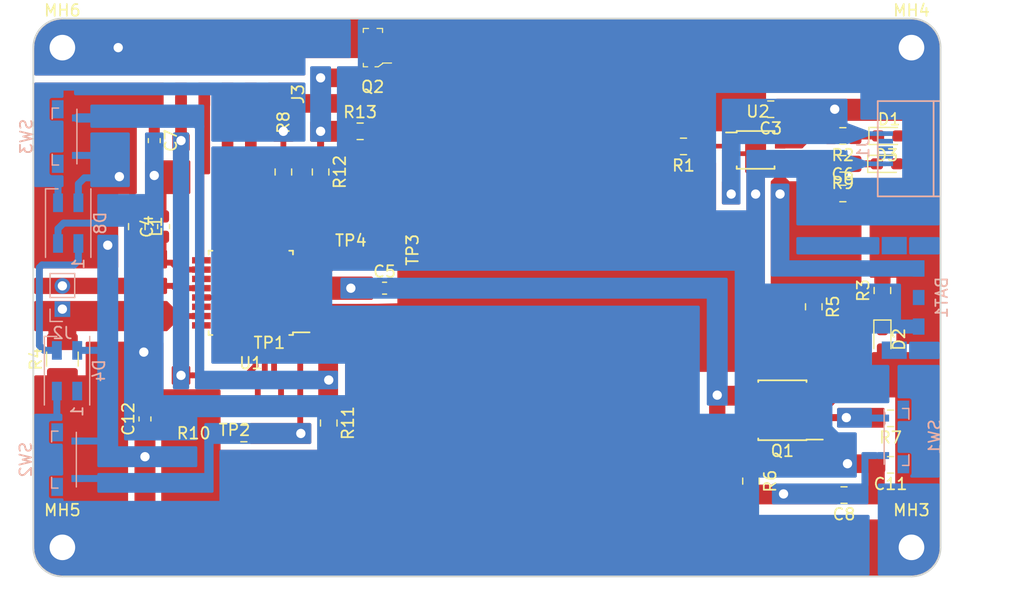
<source format=kicad_pcb>
(kicad_pcb (version 20171130) (host pcbnew 5.0.0)
  (layers (0 F.Cu signal) (31 B.Cu signal) (34 B.Paste user) (35 F.Paste user) (36 B.SilkS user) (37 F.SilkS user) (38 B.Mask user) (39 F.Mask user) (44 Edge.Cuts user))
  (net 0 "")
  (net 1 "Net-(D1-Pad1)")
  (net 2 "Net-(D2-Pad1)")
  (net 3 "Net-(Q2-Pad1)")
  (net 4 "Net-(R1-Pad1)")
  (net 5 +BATT)
  (net 6 VCC)
  (net 7 VBUS)
  (net 8 AVCC)
  (net 9 ADC0)
  (net 10 AREF)
  (net 11 MOSI)
  (net 12 MISO)
  (net 13 SCK)
  (net 14 RESET)
  (net 15 OC1A)
  (net 16 OC1B)
  (net 17 PC2)
  (net 18 PC3)
  (net 19 PC4)
  (net 20 GND)
  (net 21 "Net-(C8-Pad2)")
  (net 22 "Net-(D8-Pad3)")
  (net 23 "Net-(R2-Pad2)")
  (net 24 PC5)
  (net 25 TX)
  (net 26 RX)
  (net 27 "Net-(MH6-Pad1)")
  (net 28 PD3)
  (net 29 "Net-(Q1-Pad2)")
  (net 30 "Net-(Q1-Pad4)")
  (net 31 "Net-(J1-Pad2)")
  (net 32 "Net-(J1-Pad3)")
  (net 33 "Net-(J1-Pad4)")
  (net 34 "Net-(BAT1-Pad2)")
  (net 35 "Net-(U1-Pad11)")
  (net 36 "Net-(U1-Pad12)")
  (net 37 "Net-(U1-Pad19)")
  (net 38 "Net-(U1-Pad22)")
  (net 39 "Net-(U1-Pad24)")
  (net 40 "Net-(U1-Pad32)")
  (net 41 "Net-(D3-Pad1)")
  (net 42 "Net-(R9-Pad2)")
  (net 43 "Net-(D4-Pad3)")
  (net 44 "Net-(D4-Pad1)")
  (net 45 OSC_P)
  (net 46 OSC_N)
  (net 47 "Net-(U1-Pad9)")
  (net 48 PD4)
  (net 49 "Net-(U1-Pad10)")
  (module lt_foots:cc-by-sa (layer F.Cu) (at 74.45 14.65)
    (fp_text reference G*** hide)
    (fp_text value LOGO hide)
  )
  (module lt_foots:1_pad_smd (layer F.Cu) (at 39.4 29)
    (fp_text reference TP4 (at 0 2.2) (layer F.SilkS))
    (fp_text value TestPoint)
    (pad 1 smd rect (at 0 0) (size 1 1) (layers F.Cu F.Paste F.Mask) (net 20 GND))
  )
  (module LED_SMD:LED_0603_1608Metric_Pad1.05x0.95mm_HandSolder (layer F.Cu) (at 85.1 39.7 270)
    (fp_text reference D2 (at 0 -1.43 270) (layer F.SilkS))
    (fp_text value LED_PINK)
    (pad 1 smd roundrect (at -0.875 0 270) (size 1.05 0.95) (layers F.Cu F.Paste F.Mask) (net 2 "Net-(D2-Pad1)"))
    (pad 2 smd roundrect (at 0.875 0 270) (size 1.05 0.95) (layers F.Cu F.Paste F.Mask) (net 6 VCC))
  )
  (module Capacitor_SMD:C_0603_1608Metric_Pad1.05x0.95mm_HandSolder (layer F.Cu) (at 23.3 30 90)
    (fp_text reference C4 (at 0 -1.43 90) (layer F.SilkS))
    (fp_text value 100nF)
    (pad 2 smd roundrect (at 0.875 0 90) (size 1.05 0.95) (layers F.Cu F.Paste F.Mask) (net 20 GND))
    (pad 1 smd roundrect (at -0.875 0 90) (size 1.05 0.95) (layers F.Cu F.Paste F.Mask) (net 8 AVCC))
  )
  (module Capacitor_SMD:C_0603_1608Metric_Pad1.05x0.95mm_HandSolder (layer F.Cu) (at 42.3 35.3)
    (fp_text reference C5 (at 0 -1.43) (layer F.SilkS))
    (fp_text value 100nF)
    (pad 1 smd roundrect (at -0.875 0) (size 1.05 0.95) (layers F.Cu F.Paste F.Mask) (net 6 VCC))
    (pad 2 smd roundrect (at 0.875 0) (size 1.05 0.95) (layers F.Cu F.Paste F.Mask) (net 20 GND))
  )
  (module Capacitor_SMD:C_0603_1608Metric_Pad1.05x0.95mm_HandSolder (layer F.Cu) (at 22.5 22.6 270)
    (fp_text reference C7 (at 0 -1.43 270) (layer F.SilkS))
    (fp_text value 100nF)
    (pad 2 smd roundrect (at 0.875 0 270) (size 1.05 0.95) (layers F.Cu F.Paste F.Mask) (net 20 GND))
    (pad 1 smd roundrect (at -0.875 0 270) (size 1.05 0.95) (layers F.Cu F.Paste F.Mask) (net 6 VCC))
  )
  (module Capacitor_SMD:C_0603_1608Metric_Pad1.05x0.95mm_HandSolder (layer F.Cu) (at 21.7 46.55 90)
    (fp_text reference C12 (at 0 -1.43 90) (layer F.SilkS))
    (fp_text value 100nF)
    (pad 1 smd roundrect (at -0.875 0 90) (size 1.05 0.95) (layers F.Cu F.Paste F.Mask) (net 6 VCC))
    (pad 2 smd roundrect (at 0.875 0 90) (size 1.05 0.95) (layers F.Cu F.Paste F.Mask) (net 20 GND))
  )
  (module Resistor_SMD:R_0805_2012Metric_Pad1.15x1.40mm_HandSolder (layer F.Cu) (at 40.2 21.8)
    (fp_text reference R13 (at 0 -1.65) (layer F.SilkS))
    (fp_text value 1MΩ)
    (pad 1 smd roundrect (at -1.025 0) (size 1.15 1.4) (layers F.Cu F.Paste F.Mask) (roundrect_rratio 0.217391) (net 3 "Net-(Q2-Pad1)"))
    (pad 2 smd roundrect (at 1.025 0) (size 1.15 1.4) (layers F.Cu F.Paste F.Mask) (roundrect_rratio 0.217391) (net 20 GND))
  )
  (module Resistor_SMD:R_1210_3225Metric_Pad1.42x2.65mm_HandSolder (layer F.Cu) (at 14.6 41.4 90)
    (fp_text reference R4 (at 0 -2.28 90) (layer F.SilkS))
    (fp_text value 15kΩ)
    (pad 1 smd roundrect (at -1.4875 0 90) (size 1.425 2.65) (layers F.Cu F.Paste F.Mask) (roundrect_rratio 0.175439) (net 20 GND))
    (pad 2 smd roundrect (at 1.4875 0 90) (size 1.425 2.65) (layers F.Cu F.Paste F.Mask) (roundrect_rratio 0.175439) (net 9 ADC0))
  )
  (module lt_foots:Conn_01x06_SMD_2mm (layer F.Cu) (at 32.8 18.6 270)
    (fp_text reference J3 (at 0 -2.06 270) (layer F.SilkS))
    (fp_text value ISP_CONN)
    (pad 1 smd rect (at 0 0 270) (size 2 1) (layers F.Cu F.Paste F.Mask) (net 20 GND) (thermal_gap 0.508))
    (pad 2 smd rect (at 0 2 270) (size 2 1) (layers F.Cu F.Paste F.Mask) (net 11 MOSI))
    (pad 3 smd rect (at 0 4 270) (size 2 1) (layers F.Cu F.Paste F.Mask) (net 12 MISO))
    (pad 4 smd rect (at 0 6 270) (size 2 1) (layers F.Cu F.Paste F.Mask) (net 13 SCK))
    (pad 5 smd rect (at 0 8 270) (size 2 1) (layers F.Cu F.Paste F.Mask) (net 14 RESET))
    (pad 6 smd rect (at 0 10 270) (size 2 1) (layers F.Cu F.Paste F.Mask) (net 6 VCC) (thermal_gap 0.508))
  )
  (module lt_foots:2_pad_smd_bat_conn (layer F.Cu) (at 39.4 32 90)
    (fp_text reference TP3 (at 0 5.3 90) (layer F.SilkS))
    (fp_text value OSC)
    (pad 1 smd rect (at -1 0 90) (size 1 1) (layers F.Cu F.Paste F.Mask) (net 46 OSC_N))
    (pad 2 smd rect (at 1 0 90) (size 1 1) (layers F.Cu F.Paste F.Mask) (net 45 OSC_P))
  )
  (module Resistor_SMD:R_0805_2012Metric_Pad1.15x1.40mm_HandSolder (layer F.Cu) (at 36.8 25.3 270)
    (fp_text reference R12 (at 0 -1.65 270) (layer F.SilkS))
    (fp_text value 1kΩ)
    (pad 1 smd roundrect (at -1.025 0 270) (size 1.15 1.4) (layers F.Cu F.Paste F.Mask) (roundrect_rratio 0.217391) (net 3 "Net-(Q2-Pad1)"))
    (pad 2 smd roundrect (at 1.025 0 270) (size 1.15 1.4) (layers F.Cu F.Paste F.Mask) (roundrect_rratio 0.217391) (net 15 OC1A))
  )
  (module lt_foots:1_pad_smd (layer F.Cu) (at 29.4 45.3)
    (fp_text reference TP2 (at 0 2.2) (layer F.SilkS))
    (fp_text value TestPoint)
    (pad 1 smd rect (at 0 0) (size 1 1) (layers F.Cu F.Paste F.Mask) (net 20 GND))
  )
  (module LED_SMD:LED_0603_1608Metric_Pad1.05x0.95mm_HandSolder (layer F.Cu) (at 85.5 24.6)
    (fp_text reference D3 (at -0.020001 -0.745001) (layer F.SilkS))
    (fp_text value LED_GREEN)
    (pad 1 smd roundrect (at -0.875 0) (size 1.05 0.95) (layers F.Cu F.Paste F.Mask) (net 41 "Net-(D3-Pad1)"))
    (pad 2 smd roundrect (at 0.875 0) (size 1.05 0.95) (layers F.Cu F.Paste F.Mask) (net 7 VBUS))
  )
  (module Resistor_SMD:R_0805_2012Metric_Pad1.15x1.40mm_HandSolder (layer F.Cu) (at 81.7 24.6 180)
    (fp_text reference R9 (at 0 -1.65 180) (layer F.SilkS))
    (fp_text value 1kΩ)
    (pad 1 smd roundrect (at -1.025 0 180) (size 1.15 1.4) (layers F.Cu F.Paste F.Mask) (roundrect_rratio 0.217391) (net 41 "Net-(D3-Pad1)"))
    (pad 2 smd roundrect (at 1.025 0 180) (size 1.15 1.4) (layers F.Cu F.Paste F.Mask) (roundrect_rratio 0.217391) (net 42 "Net-(R9-Pad2)"))
  )
  (module Connector_PinHeader_2.00mm:PinHeader_1x02_P2.00mm_Vertical (layer B.Cu) (at 14.6 37.1)
    (fp_text reference J2 (at 0 2.06) (layer B.SilkS) (effects (justify mirror)))
    (fp_text value TEMP_SENSOR)
    (pad 1 thru_hole rect (at 0 0) (size 1.35 1.35) (drill 0.8) (layers *.Cu *.Mask) (net 9 ADC0))
    (pad 2 thru_hole oval (at 0 -2) (size 1.35 1.35) (drill 0.8) (layers *.Cu *.Mask) (net 10 AREF))
  )
  (module Inductor_SMD:L_0805_2012Metric_Pad1.15x1.40mm_HandSolder (layer F.Cu) (at 21 30 270)
    (fp_text reference L1 (at 0 -1.65 270) (layer F.SilkS))
    (fp_text value 10µH)
    (pad 1 smd roundrect (at -1.025 0 270) (size 1.15 1.4) (layers F.Cu F.Paste F.Mask) (roundrect_rratio 0.217391) (net 6 VCC))
    (pad 2 smd roundrect (at 1.025 0 270) (size 1.15 1.4) (layers F.Cu F.Paste F.Mask) (roundrect_rratio 0.217391) (net 8 AVCC))
  )
  (module Package_SO:SOIC-8_3.9x4.9mm_P1.27mm (layer F.Cu) (at 76.5 45.8 180)
    (fp_text reference Q1 (at 0 -3.5 180) (layer F.SilkS))
    (fp_text value IRF7343PBF)
    (pad 1 smd rect (at -2.7 -1.905 180) (size 1.55 0.6) (layers F.Cu F.Paste F.Mask) (net 20 GND))
    (pad 2 smd rect (at -2.7 -0.635 180) (size 1.55 0.6) (layers F.Cu F.Paste F.Mask) (net 29 "Net-(Q1-Pad2)"))
    (pad 3 smd rect (at -2.7 0.635 180) (size 1.55 0.6) (layers F.Cu F.Paste F.Mask) (net 5 +BATT))
    (pad 4 smd rect (at -2.7 1.905 180) (size 1.55 0.6) (layers F.Cu F.Paste F.Mask) (net 30 "Net-(Q1-Pad4)"))
    (pad 5 smd rect (at 2.7 1.905 180) (size 1.55 0.6) (layers F.Cu F.Paste F.Mask) (net 6 VCC))
    (pad 6 smd rect (at 2.7 0.635 180) (size 1.55 0.6) (layers F.Cu F.Paste F.Mask) (net 6 VCC))
    (pad 7 smd rect (at 2.7 -0.635 180) (size 1.55 0.6) (layers F.Cu F.Paste F.Mask) (net 30 "Net-(Q1-Pad4)"))
    (pad 8 smd rect (at 2.7 -1.905 180) (size 1.55 0.6) (layers F.Cu F.Paste F.Mask) (net 30 "Net-(Q1-Pad4)"))
  )
  (module Resistor_SMD:R_0805_2012Metric_Pad1.15x1.40mm_HandSolder (layer F.Cu) (at 68 23.1 180)
    (fp_text reference R1 (at 0 -1.65 180) (layer F.SilkS))
    (fp_text value 1.2kΩ)
    (pad 1 smd roundrect (at -1.025 0 180) (size 1.15 1.4) (layers F.Cu F.Paste F.Mask) (roundrect_rratio 0.217391) (net 4 "Net-(R1-Pad1)"))
    (pad 2 smd roundrect (at 1.025 0 180) (size 1.15 1.4) (layers F.Cu F.Paste F.Mask) (roundrect_rratio 0.217) (net 20 GND) (thermal_gap 0.508))
  )
  (module lt_foots:white_nano_smd_switch (layer B.Cu) (at 87.1 48.1 90)
    (fp_text reference SW1 (at 0 2.5 90) (layer B.SilkS) (effects (justify mirror)))
    (fp_text value nano_sw)
    (pad 2 smd rect (at 1.625 -1.925 270) (size 0.6 1) (layers B.Cu B.Paste B.Mask) (net 29 "Net-(Q1-Pad2)"))
    (pad 1 smd rect (at -1.6 -1.925 270) (size 0.6 1) (layers B.Cu B.Paste B.Mask) (net 21 "Net-(C8-Pad2)"))
    (pad "" smd rect (at -2.35 -0.2 270) (size 1.55 1) (layers B.Cu B.Paste B.Mask))
    (pad "" smd rect (at 2.35 -0.2 270) (size 1.55 1) (layers B.Cu B.Paste B.Mask))
  )
  (module Package_QFP:TQFP-32_7x7mm_P0.8mm (layer F.Cu) (at 30.8 35.7 180)
    (fp_text reference U1 (at 0 -6.05 180) (layer F.SilkS))
    (fp_text value ATmega88-20AU)
    (pad 1 smd rect (at -4.25 -2.8 180) (size 1.6 0.55) (layers F.Cu F.Paste F.Mask) (net 28 PD3))
    (pad 2 smd rect (at -4.25 -2 180) (size 1.6 0.55) (layers F.Cu F.Paste F.Mask) (net 48 PD4))
    (pad 3 smd rect (at -4.25 -1.2 180) (size 1.6 0.55) (layers F.Cu F.Paste F.Mask) (net 20 GND))
    (pad 4 smd rect (at -4.25 -0.4 180) (size 1.6 0.55) (layers F.Cu F.Paste F.Mask) (net 6 VCC))
    (pad 5 smd rect (at -4.25 0.4 180) (size 1.6 0.55) (layers F.Cu F.Paste F.Mask) (net 20 GND))
    (pad 6 smd rect (at -4.25 1.2 180) (size 1.6 0.55) (layers F.Cu F.Paste F.Mask) (net 6 VCC))
    (pad 7 smd rect (at -4.25 2 180) (size 1.6 0.55) (layers F.Cu F.Paste F.Mask) (net 46 OSC_N))
    (pad 8 smd rect (at -4.25 2.8 180) (size 1.6 0.55) (layers F.Cu F.Paste F.Mask) (net 45 OSC_P))
    (pad 9 smd rect (at -2.8 4.25 270) (size 1.6 0.55) (layers F.Cu F.Paste F.Mask) (net 47 "Net-(U1-Pad9)"))
    (pad 10 smd rect (at -2 4.25 270) (size 1.6 0.55) (layers F.Cu F.Paste F.Mask) (net 49 "Net-(U1-Pad10)"))
    (pad 11 smd rect (at -1.2 4.25 270) (size 1.6 0.55) (layers F.Cu F.Paste F.Mask) (net 35 "Net-(U1-Pad11)"))
    (pad 12 smd rect (at -0.4 4.25 270) (size 1.6 0.55) (layers F.Cu F.Paste F.Mask) (net 36 "Net-(U1-Pad12)"))
    (pad 13 smd rect (at 0.4 4.25 270) (size 1.6 0.55) (layers F.Cu F.Paste F.Mask) (net 15 OC1A))
    (pad 14 smd rect (at 1.2 4.25 270) (size 1.6 0.55) (layers F.Cu F.Paste F.Mask) (net 16 OC1B))
    (pad 15 smd rect (at 2 4.25 270) (size 1.6 0.55) (layers F.Cu F.Paste F.Mask) (net 11 MOSI))
    (pad 16 smd rect (at 2.8 4.25 270) (size 1.6 0.55) (layers F.Cu F.Paste F.Mask) (net 12 MISO))
    (pad 17 smd rect (at 4.25 2.8 180) (size 1.6 0.55) (layers F.Cu F.Paste F.Mask) (net 13 SCK))
    (pad 18 smd rect (at 4.25 2 180) (size 1.6 0.55) (layers F.Cu F.Paste F.Mask) (net 8 AVCC))
    (pad 19 smd rect (at 4.25 1.2 180) (size 1.6 0.55) (layers F.Cu F.Paste F.Mask) (net 37 "Net-(U1-Pad19)"))
    (pad 20 smd rect (at 4.25 0.4 180) (size 1.6 0.55) (layers F.Cu F.Paste F.Mask) (net 10 AREF))
    (pad 21 smd rect (at 4.25 -0.4 180) (size 1.6 0.55) (layers F.Cu F.Paste F.Mask) (net 20 GND))
    (pad 22 smd rect (at 4.25 -1.2 180) (size 1.6 0.55) (layers F.Cu F.Paste F.Mask) (net 38 "Net-(U1-Pad22)"))
    (pad 23 smd rect (at 4.25 -2 180) (size 1.6 0.55) (layers F.Cu F.Paste F.Mask) (net 9 ADC0))
    (pad 24 smd rect (at 4.25 -2.8 180) (size 1.6 0.55) (layers F.Cu F.Paste F.Mask) (net 39 "Net-(U1-Pad24)"))
    (pad 25 smd rect (at 2.8 -4.25 270) (size 1.6 0.55) (layers F.Cu F.Paste F.Mask) (net 17 PC2))
    (pad 26 smd rect (at 2 -4.25 270) (size 1.6 0.55) (layers F.Cu F.Paste F.Mask) (net 18 PC3))
    (pad 27 smd rect (at 1.2 -4.25 270) (size 1.6 0.55) (layers F.Cu F.Paste F.Mask) (net 19 PC4))
    (pad 28 smd rect (at 0.4 -4.25 270) (size 1.6 0.55) (layers F.Cu F.Paste F.Mask) (net 24 PC5))
    (pad 29 smd rect (at -0.4 -4.25 270) (size 1.6 0.55) (layers F.Cu F.Paste F.Mask) (net 14 RESET))
    (pad 30 smd rect (at -1.2 -4.25 270) (size 1.6 0.55) (layers F.Cu F.Paste F.Mask) (net 26 RX))
    (pad 31 smd rect (at -2 -4.25 270) (size 1.6 0.55) (layers F.Cu F.Paste F.Mask) (net 25 TX))
    (pad 32 smd rect (at -2.8 -4.25 270) (size 1.6 0.55) (layers F.Cu F.Paste F.Mask) (net 40 "Net-(U1-Pad32)"))
  )
  (module Package_SO:MSOP-8-1EP_3x3mm_P0.65mm_EP1.68x1.88mm (layer F.Cu) (at 74.2 23.4)
    (fp_text reference U2 (at 0.2 -3.3) (layer F.SilkS))
    (fp_text value DIO5158)
    (pad 1 smd rect (at -2.105 -0.975) (size 0.89 0.42) (layers F.Cu F.Paste F.Mask) (net 20 GND))
    (pad 2 smd rect (at -2.105 -0.325) (size 0.89 0.42) (layers F.Cu F.Paste F.Mask) (net 4 "Net-(R1-Pad1)"))
    (pad 3 smd rect (at -2.105 0.325) (size 0.89 0.42) (layers F.Cu F.Paste F.Mask) (net 20 GND))
    (pad 4 smd rect (at -2.105 0.975) (size 0.89 0.42) (layers F.Cu F.Paste F.Mask) (net 7 VBUS))
    (pad 5 smd rect (at 2.105 0.975) (size 0.89 0.42) (layers F.Cu F.Paste F.Mask) (net 5 +BATT))
    (pad 6 smd rect (at 2.105 0.325) (size 0.89 0.42) (layers F.Cu F.Paste F.Mask) (net 42 "Net-(R9-Pad2)"))
    (pad 7 smd rect (at 2.105 -0.325) (size 0.89 0.42) (layers F.Cu F.Paste F.Mask) (net 23 "Net-(R2-Pad2)"))
    (pad 8 smd rect (at 2.105 -0.975) (size 0.89 0.42) (layers F.Cu F.Paste F.Mask) (net 7 VBUS))
    (pad 9 smd rect (at 0 0) (size 1.68 1.88) (layers F.Cu F.Mask) (net 20 GND))
  )
  (module Capacitor_SMD:C_0805_2012Metric_Pad1.15x1.40mm_HandSolder (layer F.Cu) (at 75.5 19.9 180)
    (fp_text reference C3 (at 0 -1.65 180) (layer F.SilkS))
    (fp_text value 10µF)
    (pad 1 smd roundrect (at -1.025 0 180) (size 1.15 1.4) (layers F.Cu F.Paste F.Mask) (roundrect_rratio 0.217391) (net 7 VBUS))
    (pad 2 smd roundrect (at 1.025 0 180) (size 1.15 1.4) (layers F.Cu F.Paste F.Mask) (roundrect_rratio 0.217) (net 20 GND) (thermal_gap 0.508))
  )
  (module Capacitor_SMD:C_0805_2012Metric_Pad1.15x1.40mm_HandSolder (layer F.Cu) (at 81.7 27.15)
    (fp_text reference C6 (at 0 -1.65) (layer F.SilkS))
    (fp_text value 10µF)
    (pad 1 smd roundrect (at -1.025 0) (size 1.15 1.4) (layers F.Cu F.Paste F.Mask) (roundrect_rratio 0.217391) (net 5 +BATT))
    (pad 2 smd roundrect (at 1.025 0) (size 1.15 1.4) (layers F.Cu F.Paste F.Mask) (roundrect_rratio 0.217391) (net 20 GND))
  )
  (module Capacitor_SMD:C_0805_2012Metric_Pad1.15x1.40mm_HandSolder (layer F.Cu) (at 81.8 53.1 180)
    (fp_text reference C8 (at 0 -1.65 180) (layer F.SilkS))
    (fp_text value 1µF)
    (pad 1 smd roundrect (at -1.025 0 180) (size 1.15 1.4) (layers F.Cu F.Paste F.Mask) (roundrect_rratio 0.217391) (net 20 GND))
    (pad 2 smd roundrect (at 1.025 0 180) (size 1.15 1.4) (layers F.Cu F.Paste F.Mask) (roundrect_rratio 0.217391) (net 21 "Net-(C8-Pad2)"))
  )
  (module Capacitor_SMD:C_0805_2012Metric_Pad1.15x1.40mm_HandSolder (layer F.Cu) (at 85.8 50.5 180)
    (fp_text reference C11 (at 0 -1.65 180) (layer F.SilkS))
    (fp_text value 10µF)
    (pad 1 smd roundrect (at -1.025 0 180) (size 1.15 1.4) (layers F.Cu F.Paste F.Mask) (roundrect_rratio 0.217391) (net 6 VCC))
    (pad 2 smd roundrect (at 1.025 0 180) (size 1.15 1.4) (layers F.Cu F.Paste F.Mask) (roundrect_rratio 0.217391) (net 20 GND))
  )
  (module MountingHole:MountingHole_2.2mm_M2_Pad (layer F.Cu) (at 87.6 57.6)
    (fp_text reference MH3 (at 0 -3.2) (layer F.SilkS))
    (fp_text value VCC)
    (pad 1 thru_hole circle (at 0 0) (size 4.4 4.4) (drill 2.2) (layers *.Cu *.Mask) (net 6 VCC))
  )
  (module MountingHole:MountingHole_2.2mm_M2_Pad (layer F.Cu) (at 87.6 14.6)
    (fp_text reference MH4 (at 0 -3.2) (layer F.SilkS))
    (fp_text value GND)
    (pad 1 thru_hole circle (at 0 0) (size 4.4 4.4) (drill 2.2) (layers *.Cu *.Mask) (net 20 GND))
  )
  (module MountingHole:MountingHole_2.2mm_M2_Pad (layer F.Cu) (at 14.6 14.6)
    (fp_text reference MH6 (at 0 -3.2) (layer F.SilkS))
    (fp_text value OC1A)
    (pad 1 thru_hole circle (at 0 0) (size 4.4 4.4) (drill 2.2) (layers *.Cu *.Mask) (net 27 "Net-(MH6-Pad1)"))
  )
  (module Resistor_SMD:R_0805_2012Metric_Pad1.15x1.40mm_HandSolder (layer F.Cu) (at 81.7 22.2 180)
    (fp_text reference R2 (at 0 -1.65 180) (layer F.SilkS))
    (fp_text value 1kΩ)
    (pad 1 smd roundrect (at -1.025 0 180) (size 1.15 1.4) (layers F.Cu F.Paste F.Mask) (roundrect_rratio 0.217391) (net 1 "Net-(D1-Pad1)"))
    (pad 2 smd roundrect (at 1.025 0 180) (size 1.15 1.4) (layers F.Cu F.Paste F.Mask) (roundrect_rratio 0.217391) (net 23 "Net-(R2-Pad2)"))
  )
  (module Resistor_SMD:R_0805_2012Metric_Pad1.15x1.40mm_HandSolder (layer F.Cu) (at 85.1 35.5 90)
    (fp_text reference R3 (at 0 -1.65 90) (layer F.SilkS))
    (fp_text value 1kΩ)
    (pad 1 smd roundrect (at -1.025 0 90) (size 1.15 1.4) (layers F.Cu F.Paste F.Mask) (roundrect_rratio 0.217391) (net 2 "Net-(D2-Pad1)"))
    (pad 2 smd roundrect (at 1.025 0 90) (size 1.15 1.4) (layers F.Cu F.Paste F.Mask) (roundrect_rratio 0.217391) (net 20 GND))
  )
  (module Resistor_SMD:R_0805_2012Metric_Pad1.15x1.40mm_HandSolder (layer F.Cu) (at 79.2 36.9 270)
    (fp_text reference R5 (at 0 -1.65 270) (layer F.SilkS))
    (fp_text value 10kΩ)
    (pad 2 smd roundrect (at 1.025 0 270) (size 1.15 1.4) (layers F.Cu F.Paste F.Mask) (roundrect_rratio 0.217391) (net 30 "Net-(Q1-Pad4)"))
    (pad 1 smd roundrect (at -1.025 0 270) (size 1.15 1.4) (layers F.Cu F.Paste F.Mask) (roundrect_rratio 0.217391) (net 5 +BATT))
  )
  (module Resistor_SMD:R_0805_2012Metric_Pad1.15x1.40mm_HandSolder (layer F.Cu) (at 73.8 51.9 270)
    (fp_text reference R6 (at 0 -1.65 270) (layer F.SilkS))
    (fp_text value 100kΩ)
    (pad 1 smd roundrect (at -1.025 0 270) (size 1.15 1.4) (layers F.Cu F.Paste F.Mask) (roundrect_rratio 0.217391) (net 30 "Net-(Q1-Pad4)"))
    (pad 2 smd roundrect (at 1.025 0 270) (size 1.15 1.4) (layers F.Cu F.Paste F.Mask) (roundrect_rratio 0.217391) (net 21 "Net-(C8-Pad2)"))
  )
  (module Resistor_SMD:R_0805_2012Metric_Pad1.15x1.40mm_HandSolder (layer F.Cu) (at 85.8 46.5 180)
    (fp_text reference R7 (at 0 -1.65 180) (layer F.SilkS))
    (fp_text value 10kΩ)
    (pad 2 smd roundrect (at 1.025 0 180) (size 1.15 1.4) (layers F.Cu F.Paste F.Mask) (roundrect_rratio 0.217391) (net 29 "Net-(Q1-Pad2)"))
    (pad 1 smd roundrect (at -1.025 0 180) (size 1.15 1.4) (layers F.Cu F.Paste F.Mask) (roundrect_rratio 0.217391) (net 6 VCC))
  )
  (module Resistor_SMD:R_0805_2012Metric_Pad1.15x1.40mm_HandSolder (layer F.Cu) (at 33.6 25.3 90)
    (fp_text reference R8 (at 4.262 0.008 90) (layer F.SilkS))
    (fp_text value 1kΩ)
    (pad 1 smd roundrect (at -1.025 0 90) (size 1.15 1.4) (layers F.Cu F.Paste F.Mask) (roundrect_rratio 0.217391) (net 16 OC1B))
    (pad 2 smd roundrect (at 1.025 0 90) (size 1.15 1.4) (layers F.Cu F.Paste F.Mask) (roundrect_rratio 0.217391) (net 22 "Net-(D8-Pad3)"))
  )
  (module Resistor_SMD:R_0805_2012Metric_Pad1.15x1.40mm_HandSolder (layer F.Cu) (at 30.2 47.8 180)
    (fp_text reference R10 (at 4.312 0.018 180) (layer F.SilkS))
    (fp_text value 10kΩ)
    (pad 2 smd roundrect (at 1.025 0 180) (size 1.15 1.4) (layers F.Cu F.Paste F.Mask) (roundrect_rratio 0.217391) (net 20 GND))
    (pad 1 smd roundrect (at -1.025 0 180) (size 1.15 1.4) (layers F.Cu F.Paste F.Mask) (roundrect_rratio 0.217391) (net 28 PD3))
  )
  (module Resistor_SMD:R_0805_2012Metric_Pad1.15x1.40mm_HandSolder (layer F.Cu) (at 37.5 46.9 270)
    (fp_text reference R11 (at 0 -1.65 270) (layer F.SilkS))
    (fp_text value 10kΩ)
    (pad 1 smd roundrect (at -1.025 0 270) (size 1.15 1.4) (layers F.Cu F.Paste F.Mask) (roundrect_rratio 0.217391) (net 48 PD4))
    (pad 2 smd roundrect (at 1.025 0 270) (size 1.15 1.4) (layers F.Cu F.Paste F.Mask) (roundrect_rratio 0.217391) (net 20 GND))
  )
  (module lt_foots:white_nano_smd_switch (layer B.Cu) (at 13.95 50.05 270)
    (fp_text reference SW2 (at 0 2.5 270) (layer B.SilkS) (effects (justify mirror)))
    (fp_text value SW_DIP_x01)
    (pad 2 smd rect (at 1.625 -1.925 90) (size 0.6 1) (layers B.Cu B.Paste B.Mask) (net 28 PD3))
    (pad 1 smd rect (at -1.6 -1.925 90) (size 0.6 1) (layers B.Cu B.Paste B.Mask) (net 6 VCC))
    (pad "" smd rect (at -2.35 -0.2 90) (size 1.55 1) (layers B.Cu B.Paste B.Mask))
    (pad "" smd rect (at 2.35 -0.2 90) (size 1.55 1) (layers B.Cu B.Paste B.Mask))
  )
  (module lt_foots:white_nano_smd_switch (layer B.Cu) (at 14 22.25 270)
    (fp_text reference SW3 (at 0 2.5 270) (layer B.SilkS) (effects (justify mirror)))
    (fp_text value SW_DIP_x01)
    (pad "" smd rect (at 2.35 -0.2 90) (size 1.55 1) (layers B.Cu B.Paste B.Mask))
    (pad "" smd rect (at -2.35 -0.2 90) (size 1.55 1) (layers B.Cu B.Paste B.Mask))
    (pad 1 smd rect (at -1.6 -1.925 90) (size 0.6 1) (layers B.Cu B.Paste B.Mask) (net 48 PD4))
    (pad 2 smd rect (at 1.625 -1.925 90) (size 0.6 1) (layers B.Cu B.Paste B.Mask) (net 6 VCC))
  )
  (module LED_SMD:LED_0603_1608Metric_Pad1.05x0.95mm_HandSolder (layer F.Cu) (at 85.6 22.2)
    (fp_text reference D1 (at 0.075 -1.43) (layer F.SilkS))
    (fp_text value LED_RED)
    (pad 2 smd roundrect (at 0.875 0) (size 1.05 0.95) (layers F.Cu F.Paste F.Mask) (net 7 VBUS))
    (pad 1 smd roundrect (at -0.875 0) (size 1.05 0.95) (layers F.Cu F.Paste F.Mask) (net 1 "Net-(D1-Pad1)"))
  )
  (module LED_SMD:LED_SK6812MINI_PLCC4_3.5x3.5mm_P1.75mm (layer B.Cu) (at 15.1 29.7 90)
    (fp_text reference D8 (at 0 2.75 90) (layer B.SilkS) (effects (justify mirror)))
    (fp_text value SK6812MINI)
    (fp_text user 1 (at -3.5 0.875 90) (layer B.SilkS) (effects (justify mirror)))
    (pad 3 smd rect (at 1.75 -0.875 90) (size 1.6 0.85) (layers B.Cu B.Paste B.Mask) (net 22 "Net-(D8-Pad3)"))
    (pad 4 smd rect (at 1.75 0.875 90) (size 1.6 0.85) (layers B.Cu B.Paste B.Mask) (net 6 VCC))
    (pad 2 smd rect (at -1.75 -0.875 90) (size 1.6 0.85) (layers B.Cu B.Paste B.Mask) (net 20 GND))
    (pad 1 smd rect (at -1.75 0.875 90) (size 1.6 0.85) (layers B.Cu B.Paste B.Mask) (net 43 "Net-(D4-Pad3)"))
  )
  (module lt_foots:CONN_AVX_RT_ANGLE_3pin_2.5mm_pitch (layer B.Cu) (at 86.1 36.1 270)
    (fp_text reference BAT1 (at 0 -4.1 270) (layer B.SilkS) (effects (justify mirror)))
    (fp_text value LIPO_W_NTC)
    (pad "" smd rect (at -4.461931 -0.017919 90) (size 1.5 2.15) (layers B.Cu B.Paste B.Mask))
    (pad 3 smd rect (at 2.5 -2.117919 90) (size 1.4 1) (layers B.Cu B.Paste B.Mask) (net 20 GND))
    (pad "" smd rect (at 4.538069 -0.017919 90) (size 1.5 2.15) (layers B.Cu B.Paste B.Mask))
    (pad 2 smd rect (at 0 -2.117919 90) (size 1.3 1) (layers B.Cu B.Paste B.Mask) (net 34 "Net-(BAT1-Pad2)"))
    (pad 1 smd rect (at -2.5 -2.117919 90) (size 1.4 1) (layers B.Cu B.Paste B.Mask) (net 5 +BATT))
  )
  (module MountingHole:MountingHole_2.2mm_M2_Pad (layer F.Cu) (at 14.6 57.6)
    (fp_text reference MH5 (at 0 -3.2) (layer F.SilkS))
    (fp_text value GND)
    (pad 1 thru_hole circle (at 0 0) (size 4.4 4.4) (drill 2.2) (layers *.Cu *.Mask) (net 20 GND))
  )
  (module lt_foots:2_pad_smd_bat_conn (layer F.Cu) (at 32.4 45.3 180)
    (fp_text reference TP1 (at 0 5.3 180) (layer F.SilkS))
    (fp_text value COM)
    (pad 1 smd rect (at -1 0 180) (size 1 1) (layers F.Cu F.Paste F.Mask) (net 25 TX))
    (pad 2 smd rect (at 1 0 180) (size 1 1) (layers F.Cu F.Paste F.Mask) (net 26 RX))
  )
  (module digikey-footprints:SOT-23-3 (layer F.Cu) (at 41.3 14.6 180)
    (fp_text reference Q2 (at 0.025 -3.375 180) (layer F.SilkS))
    (fp_text value IRLML6344TRPBF)
    (pad 3 smd rect (at 1.05 0 180) (size 1.3 0.6) (layers F.Cu F.Paste F.Mask) (net 27 "Net-(MH6-Pad1)"))
    (pad 2 smd rect (at -1.05 0.95 180) (size 1.3 0.6) (layers F.Cu F.Paste F.Mask) (net 20 GND))
    (pad 1 smd rect (at -1.05 -0.95 180) (size 1.3 0.6) (layers F.Cu F.Paste F.Mask) (net 3 "Net-(Q2-Pad1)"))
  )
  (module LED_SMD:LED_SK6812MINI_PLCC4_3.5x3.5mm_P1.75mm (layer B.Cu) (at 15 42.4 90)
    (fp_text reference D4 (at 0 2.75 90) (layer B.SilkS) (effects (justify mirror)))
    (fp_text value SK6812MINI)
    (fp_text user 1 (at -3.5 0.875 90) (layer B.SilkS) (effects (justify mirror)))
    (pad 3 smd rect (at 1.75 -0.875 90) (size 1.6 0.85) (layers B.Cu B.Paste B.Mask) (net 43 "Net-(D4-Pad3)"))
    (pad 4 smd rect (at 1.75 0.875 90) (size 1.6 0.85) (layers B.Cu B.Paste B.Mask) (net 6 VCC))
    (pad 2 smd rect (at -1.75 -0.875 90) (size 1.6 0.85) (layers B.Cu B.Paste B.Mask) (net 20 GND))
    (pad 1 smd rect (at -1.75 0.875 90) (size 1.6 0.85) (layers B.Cu B.Paste B.Mask) (net 44 "Net-(D4-Pad1)"))
  )
  (module lt_foots:USB_Micro-B-CHINA (layer B.Cu) (at 86.9 23.3 270)
    (fp_text reference J1 (at 0 3.45 270) (layer B.SilkS) (effects (justify mirror)))
    (fp_text value USB_B_Micro)
    (pad 6 smd rect (at -4.4 0 270) (size 0.5 2) (layers B.Cu B.Paste B.Mask) (net 20 GND))
    (pad 5 smd rect (at 1.2991 1.56254 180) (size 1.35 0.4) (layers B.Cu B.Paste B.Mask) (net 20 GND))
    (pad 4 smd rect (at 0.6491 1.56254 180) (size 1.35 0.4) (layers B.Cu B.Paste B.Mask) (net 33 "Net-(J1-Pad4)"))
    (pad 3 smd rect (at -0.0009 1.56254 180) (size 1.35 0.4) (layers B.Cu B.Paste B.Mask) (net 32 "Net-(J1-Pad3)"))
    (pad 2 smd rect (at -0.6509 1.56254 180) (size 1.35 0.4) (layers B.Cu B.Paste B.Mask) (net 31 "Net-(J1-Pad2)"))
    (pad 1 smd rect (at -1.3009 1.56254 180) (size 1.35 0.4) (layers B.Cu B.Paste B.Mask) (net 7 VBUS))
    (pad 6 smd rect (at 4.4 0.1 270) (size 0.5 2) (layers B.Cu B.Paste B.Mask) (net 20 GND))
  )
  (module lt_foots:aum (layer F.Cu) (at 56.15 30.8 90)
    (fp_text reference G*** hide)
    (fp_text value LOGO hide)
  )
  (module lt_foots:FL-REV_15 (layer F.Cu) (at 45.75 54.4)
    (fp_text reference G*** hide)
    (fp_text value LOGO hide)
  )
  (module lt_foots:temp_sign (layer F.Cu) (at 15.75 22.05)
    (fp_text reference G*** hide)
    (fp_text value LOGO hide)
  )
  (module lt_foots:bat_sign (layer F.Cu) (at 15.7 50.05 90)
    (fp_text reference G*** hide)
    (fp_text value LOGO hide)
  )
  (module lt_foots:onoff_sign (layer F.Cu) (at 87.75 43.05 90)
    (fp_text reference G*** hide)
    (fp_text value LOGO hide)
  )
  (gr_line (start 90.1 14.6) (end 90.1 57.6) (layer Edge.Cuts) (width 0.15))
  (gr_line (start 14.6 12.1) (end 87.6 12.1) (layer Edge.Cuts) (width 0.15))
  (gr_line (start 12.1 57.6) (end 12.1 14.6) (layer Edge.Cuts) (width 0.15))
  (gr_line (start 87.6 60.1) (end 14.6 60.1) (layer Edge.Cuts) (width 0.15))
  (gr_arc (start 14.6 14.6) (end 14.6 12.1) (angle -90) (layer Edge.Cuts) (width 0.15))
  (gr_arc (start 14.6 57.6) (end 12.1 57.6) (angle -90) (layer Edge.Cuts) (width 0.15))
  (gr_arc (start 87.6 57.6) (end 87.6 60.1) (angle -90) (layer Edge.Cuts) (width 0.15))
  (gr_arc (start 87.6 14.6) (end 90.1 14.6) (angle -90) (layer Edge.Cuts) (width 0.15))
  (segment (start 82.7 22.2) (end 84.725 22.2) (width 0.6) (layer F.Cu) (net 1))
  (segment (start 85.1 38.825) (end 85.1 36.525) (width 0.6) (layer F.Cu) (net 2))
  (via (at 36.8 21.8) (size 1.4) (drill 0.8) (layers F.Cu B.Cu) (net 3))
  (segment (start 36.8 24.275) (end 36.8 21.8) (width 0.6) (layer F.Cu) (net 3))
  (via (at 36.8 17.2) (size 1.4) (drill 0.8) (layers F.Cu B.Cu) (net 3))
  (segment (start 36.8 21.8) (end 36.8 17.2) (width 0.5) (layer B.Cu) (net 3))
  (segment (start 42.35 16.85) (end 42.35 15.55) (width 0.5) (layer F.Cu) (net 3))
  (segment (start 36.8 17.2) (end 42 17.2) (width 0.5) (layer F.Cu) (net 3))
  (segment (start 42 17.2) (end 42.35 16.85) (width 0.5) (layer F.Cu) (net 3))
  (segment (start 39.175 21.8) (end 36.8 21.8) (width 0.5) (layer F.Cu) (net 3))
  (segment (start 69.25 23.075) (end 69.2 23.025) (width 0.4) (layer F.Cu) (net 4))
  (segment (start 69.025 23.1) (end 70.375 23.1) (width 0.6) (layer F.Cu) (net 4))
  (segment (start 72.095 23.075) (end 70.4 23.075) (width 0.4) (layer F.Cu) (net 4))
  (via (at 76.3 27.200002) (size 1.4) (drill 0.8) (layers F.Cu B.Cu) (net 5))
  (segment (start 76.3 33.5) (end 76.3 27.200002) (width 0.5) (layer B.Cu) (net 5))
  (segment (start 88.217919 33.6) (end 76.4 33.6) (width 0.5) (layer B.Cu) (net 5))
  (segment (start 76.4 33.6) (end 76.3 33.5) (width 0.5) (layer B.Cu) (net 5))
  (segment (start 76.305 27.195002) (end 76.3 27.200002) (width 0.4) (layer F.Cu) (net 5))
  (segment (start 76.305 24.375) (end 76.305 27.195002) (width 0.4) (layer F.Cu) (net 5))
  (segment (start 79.2 45.165) (end 80.635 45.165) (width 0.6) (layer F.Cu) (net 5))
  (segment (start 80.635 45.165) (end 81.7 44.1) (width 0.6) (layer F.Cu) (net 5))
  (segment (start 76.350002 27.15) (end 76.3 27.200002) (width 0.5) (layer F.Cu) (net 5))
  (segment (start 80.675 27.15) (end 76.350002 27.15) (width 0.8) (layer F.Cu) (net 5))
  (segment (start 87.6 57.6) (end 87.6 54.488731) (width 0.4) (layer F.Cu) (net 6))
  (segment (start 88 49.3) (end 86.825 49.3) (width 0.4) (layer F.Cu) (net 6))
  (segment (start 88.3 46.5) (end 86.825 46.5) (width 0.4) (layer F.Cu) (net 6))
  (segment (start 73.8 45.165) (end 72.625 45.165) (width 0.4) (layer F.Cu) (net 6))
  (segment (start 71.1 45) (end 71 44.9) (width 0.4) (layer F.Cu) (net 6))
  (segment (start 71 44.9) (end 71 44.4) (width 0.4) (layer F.Cu) (net 6))
  (segment (start 37.075 34.5) (end 37.875 35.3) (width 0.4) (layer F.Cu) (net 6))
  (segment (start 35.05 34.5) (end 37.075 34.5) (width 0.5) (layer F.Cu) (net 6))
  (segment (start 37.075 36.1) (end 37.875 35.3) (width 0.4) (layer F.Cu) (net 6))
  (segment (start 35.05 36.1) (end 37.075 36.1) (width 0.5) (layer F.Cu) (net 6))
  (via (at 70.9 44.500004) (size 1.4) (drill 0.8) (layers F.Cu B.Cu) (net 6))
  (segment (start 16.7 40.65) (end 18.35 40.65) (width 0.6) (layer B.Cu) (net 6))
  (segment (start 15.875 40.65) (end 16.7 40.65) (width 0.6) (layer B.Cu) (net 6))
  (segment (start 15.925 23.875) (end 19.625 23.875) (width 0.6) (layer B.Cu) (net 6))
  (segment (start 15.875 48.45) (end 18.45 48.45) (width 0.6) (layer B.Cu) (net 6))
  (segment (start 37.875 35.3) (end 39.400002 35.3) (width 0.4) (layer F.Cu) (net 6))
  (via (at 39.400002 35.3) (size 1.4) (drill 0.8) (layers F.Cu B.Cu) (net 6))
  (segment (start 40.389951 35.3) (end 39.400002 35.3) (width 0.4) (layer B.Cu) (net 6))
  (segment (start 69.9 35.3) (end 40.389951 35.3) (width 0.4) (layer B.Cu) (net 6))
  (segment (start 70.9 44.500004) (end 70.9 36.3) (width 0.4) (layer B.Cu) (net 6))
  (segment (start 70.9 36.3) (end 69.9 35.3) (width 0.4) (layer B.Cu) (net 6))
  (segment (start 19.625 23.875) (end 19.65 23.9) (width 0.5) (layer B.Cu) (net 6))
  (via (at 19.5 25.7) (size 1.4) (drill 0.8) (layers F.Cu B.Cu) (net 6))
  (segment (start 19.7 23.8) (end 19.7 25.5) (width 0.4) (layer F.Cu) (net 6))
  (segment (start 19.7 25.5) (end 19.5 25.7) (width 0.4) (layer F.Cu) (net 6))
  (segment (start 19.7 19.6) (end 19.7 23.8) (width 0.4) (layer F.Cu) (net 6))
  (segment (start 16.5 25.8) (end 17.75 25.8) (width 0.6) (layer B.Cu) (net 6))
  (segment (start 15.975 27.95) (end 15.975 26.325) (width 0.6) (layer B.Cu) (net 6))
  (segment (start 15.975 26.325) (end 16.5 25.8) (width 0.6) (layer B.Cu) (net 6))
  (segment (start 14 27.9) (end 13.7 27.6) (width 0.5) (layer F.Cu) (net 6))
  (segment (start 13.7 27.6) (end 13.7 26.3) (width 0.5) (layer F.Cu) (net 6))
  (segment (start 14.3 25.7) (end 19.5 25.7) (width 0.5) (layer F.Cu) (net 6))
  (segment (start 13.7 26.3) (end 14.3 25.7) (width 0.5) (layer F.Cu) (net 6))
  (via (at 21.700002 49.8) (size 1.4) (drill 0.8) (layers F.Cu B.Cu) (net 6))
  (segment (start 41.475 35.3) (end 39.400002 35.3) (width 0.5) (layer F.Cu) (net 6))
  (segment (start 85.1 40.575) (end 85.1 41.4) (width 0.5) (layer F.Cu) (net 6))
  (segment (start 73.8 43.895) (end 72.405 43.895) (width 0.4) (layer F.Cu) (net 6))
  (via (at 18.5 31.599998) (size 1.4) (drill 0.8) (layers F.Cu B.Cu) (net 6))
  (segment (start 18.5 33.3) (end 18.5 31.599998) (width 0.5) (layer B.Cu) (net 6))
  (segment (start 22.5 18.9) (end 22.8 18.6) (width 0.5) (layer F.Cu) (net 6))
  (segment (start 22.5 21.725) (end 22.5 18.9) (width 0.5) (layer F.Cu) (net 6))
  (segment (start 20.6 26.8) (end 19.5 25.7) (width 0.5) (layer F.Cu) (net 6))
  (segment (start 20.6 27.6) (end 20.6 26.8) (width 0.5) (layer F.Cu) (net 6))
  (segment (start 21 28.975) (end 21 28) (width 0.5) (layer F.Cu) (net 6))
  (segment (start 21 28) (end 20.6 27.6) (width 0.5) (layer F.Cu) (net 6))
  (via (at 72.1 27.199996) (size 1.4) (drill 0.8) (layers F.Cu B.Cu) (net 7))
  (segment (start 72.095 24.375) (end 72.095 27.194996) (width 0.4) (layer F.Cu) (net 7))
  (segment (start 72.095 27.194996) (end 72.1 27.199996) (width 0.4) (layer F.Cu) (net 7))
  (segment (start 78.0991 21.9991) (end 78.1 22) (width 0.4) (layer B.Cu) (net 7))
  (segment (start 85.33746 21.9991) (end 78.0991 21.9991) (width 0.4) (layer B.Cu) (net 7))
  (segment (start 72.1 26.210047) (end 72.1 27.199996) (width 0.4) (layer B.Cu) (net 7))
  (segment (start 72.1 22.7) (end 72.1 26.210047) (width 0.4) (layer B.Cu) (net 7))
  (segment (start 78.1 22) (end 72.8 22) (width 0.4) (layer B.Cu) (net 7))
  (segment (start 72.8 22) (end 72.1 22.7) (width 0.4) (layer B.Cu) (net 7))
  (segment (start 87.6 22.2) (end 86.475 22.2) (width 0.6) (layer F.Cu) (net 7))
  (via (at 81.000002 19.9) (size 1.4) (drill 0.8) (layers F.Cu B.Cu) (net 7))
  (segment (start 78.900002 22) (end 80.300003 20.599999) (width 0.4) (layer B.Cu) (net 7))
  (segment (start 80.300003 20.599999) (end 81.000002 19.9) (width 0.4) (layer B.Cu) (net 7))
  (segment (start 78.1 22) (end 78.900002 22) (width 0.4) (layer B.Cu) (net 7))
  (segment (start 87.5 24.6) (end 87.6 24.5) (width 0.4) (layer F.Cu) (net 7))
  (segment (start 86.475 24.6) (end 87.5 24.6) (width 0.6) (layer F.Cu) (net 7))
  (segment (start 78.7 19.9) (end 81.000002 19.9) (width 0.4) (layer F.Cu) (net 7))
  (segment (start 76.6 21.4) (end 77.2 21.4) (width 0.4) (layer F.Cu) (net 7))
  (segment (start 77.2 21.4) (end 78.7 19.9) (width 0.4) (layer F.Cu) (net 7))
  (segment (start 76.305 22.425) (end 76.305 21.695) (width 0.4) (layer F.Cu) (net 7))
  (segment (start 76.305 21.695) (end 76.6 21.4) (width 0.4) (layer F.Cu) (net 7))
  (segment (start 21 33) (end 21 31.025) (width 0.5) (layer F.Cu) (net 8))
  (segment (start 21.1 33.1) (end 21 33) (width 0.5) (layer F.Cu) (net 8))
  (segment (start 23.3 30.875) (end 23.3 33.1) (width 0.5) (layer F.Cu) (net 8))
  (segment (start 23.3 33.1) (end 21.1 33.1) (width 0.5) (layer F.Cu) (net 8))
  (segment (start 24 33.1) (end 23.3 33.1) (width 0.5) (layer F.Cu) (net 8))
  (segment (start 26.55 33.7) (end 24.6 33.7) (width 0.5) (layer F.Cu) (net 8))
  (segment (start 24.6 33.7) (end 24 33.1) (width 0.5) (layer F.Cu) (net 8))
  (segment (start 17.1 37.7) (end 26.55 37.7) (width 0.5) (layer F.Cu) (net 9))
  (segment (start 16.55 37.15) (end 17.1 37.7) (width 0.5) (layer F.Cu) (net 9))
  (segment (start 14.6 37.1) (end 14.65 37.15) (width 0.5) (layer F.Cu) (net 9))
  (segment (start 14.65 37.15) (end 16.55 37.15) (width 0.5) (layer F.Cu) (net 9))
  (segment (start 19.1 35.1) (end 14.6 35.1) (width 0.5) (layer F.Cu) (net 10))
  (segment (start 19.3 35.3) (end 19.1 35.1) (width 0.5) (layer F.Cu) (net 10))
  (segment (start 24.1 35.1) (end 14.6 35.1) (width 0.5) (layer F.Cu) (net 10))
  (segment (start 26.55 35.3) (end 24.3 35.3) (width 0.5) (layer F.Cu) (net 10))
  (segment (start 24.3 35.3) (end 24.1 35.1) (width 0.5) (layer F.Cu) (net 10))
  (segment (start 30.8 25.85) (end 30.8 18.6) (width 0.5) (layer F.Cu) (net 11))
  (segment (start 28.8 31.45) (end 28.8 27.85) (width 0.5) (layer F.Cu) (net 11))
  (segment (start 28.8 27.85) (end 30.8 25.85) (width 0.5) (layer F.Cu) (net 11))
  (segment (start 28.8 26.3) (end 28.8 18.6) (width 0.5) (layer F.Cu) (net 12))
  (segment (start 28 31.45) (end 28 27.1) (width 0.5) (layer F.Cu) (net 12))
  (segment (start 28 27.1) (end 28.8 26.3) (width 0.5) (layer F.Cu) (net 12))
  (segment (start 26.8 20.6) (end 26.8 18.6) (width 0.5) (layer F.Cu) (net 13))
  (segment (start 26.55 32.9) (end 26.55 20.85) (width 0.5) (layer F.Cu) (net 13))
  (segment (start 26.55 20.85) (end 26.8 20.6) (width 0.5) (layer F.Cu) (net 13))
  (via (at 24.8 42.800006) (size 1.4) (drill 0.8) (layers F.Cu B.Cu) (net 14))
  (via (at 24.8 22.6) (size 1.4) (drill 0.8) (layers F.Cu B.Cu) (net 14))
  (segment (start 24.8 18.6) (end 24.8 23) (width 0.5) (layer F.Cu) (net 14))
  (segment (start 24.8 23) (end 24.8 22.6) (width 0.5) (layer F.Cu) (net 14))
  (segment (start 30.399994 42.800006) (end 25.789949 42.800006) (width 0.5) (layer F.Cu) (net 14))
  (segment (start 25.789949 42.800006) (end 24.8 42.800006) (width 0.5) (layer F.Cu) (net 14))
  (segment (start 31.2 39.95) (end 31.2 42) (width 0.5) (layer F.Cu) (net 14))
  (segment (start 31.2 42) (end 30.399994 42.800006) (width 0.5) (layer F.Cu) (net 14))
  (segment (start 36.8 28.2) (end 36.8 26.325) (width 0.5) (layer F.Cu) (net 15))
  (segment (start 30.4 31.45) (end 30.4 29.3) (width 0.5) (layer F.Cu) (net 15))
  (segment (start 36.1 28.9) (end 36.8 28.2) (width 0.5) (layer F.Cu) (net 15))
  (segment (start 30.8 28.9) (end 36.1 28.9) (width 0.5) (layer F.Cu) (net 15))
  (segment (start 30.4 29.3) (end 30.8 28.9) (width 0.5) (layer F.Cu) (net 15))
  (segment (start 33.6 27.4) (end 33.6 26.325) (width 0.5) (layer F.Cu) (net 16))
  (segment (start 33.1 27.9) (end 33.6 27.4) (width 0.5) (layer F.Cu) (net 16))
  (segment (start 30.2 27.9) (end 33.1 27.9) (width 0.5) (layer F.Cu) (net 16))
  (segment (start 29.6 31.45) (end 29.6 28.5) (width 0.5) (layer F.Cu) (net 16))
  (segment (start 29.6 28.5) (end 30.2 27.9) (width 0.5) (layer F.Cu) (net 16))
  (segment (start 86.65 13.65) (end 87.6 14.6) (width 0.6) (layer F.Cu) (net 20))
  (segment (start 42.35 13.65) (end 51.05 13.65) (width 0.6) (layer F.Cu) (net 20))
  (segment (start 51.05 13.65) (end 86.65 13.65) (width 0.6) (layer F.Cu) (net 20))
  (segment (start 14.95 45.55) (end 14.95 43.525) (width 0.5) (layer F.Cu) (net 20))
  (segment (start 14.95 57.25) (end 14.6 57.6) (width 0.5) (layer F.Cu) (net 20))
  (segment (start 14.95 43.525) (end 14.95 57.25) (width 0.5) (layer F.Cu) (net 20))
  (segment (start 79.3 47.805) (end 79.2 47.705) (width 0.4) (layer F.Cu) (net 20))
  (segment (start 27.75 36.1) (end 26.55 36.1) (width 0.4) (layer F.Cu) (net 20))
  (segment (start 33.05 36.1) (end 27.75 36.1) (width 0.4) (layer F.Cu) (net 20))
  (segment (start 74.2 38.6) (end 88.217919 38.6) (width 0.4) (layer B.Cu) (net 20))
  (segment (start 74.2 40.87) (end 74.2 38.6) (width 0.4) (layer B.Cu) (net 20))
  (segment (start 74.2 28.189949) (end 74.2 27.2) (width 0.4) (layer B.Cu) (net 20))
  (segment (start 74.2 40.87) (end 74.2 28.189949) (width 0.4) (layer B.Cu) (net 20))
  (segment (start 29.2 45.3) (end 23.5 45.3) (width 0.6) (layer F.Cu) (net 20))
  (segment (start 23.5 45.3) (end 23.5 47.8) (width 0.4) (layer F.Cu) (net 20))
  (segment (start 85.33746 24.5991) (end 74.7009 24.5991) (width 0.4) (layer B.Cu) (net 20))
  (via (at 74.2 27.2) (size 1.4) (drill 0.8) (layers F.Cu B.Cu) (net 20))
  (segment (start 74.7009 24.5991) (end 74.2 25.1) (width 0.4) (layer B.Cu) (net 20))
  (segment (start 74.2 25.1) (end 74.2 27.2) (width 0.4) (layer B.Cu) (net 20))
  (segment (start 89.5 16.5) (end 87.6 14.6) (width 0.4) (layer F.Cu) (net 20))
  (segment (start 73.875 23.725) (end 74.2 23.4) (width 0.4) (layer F.Cu) (net 20))
  (segment (start 72.095 23.725) (end 73.875 23.725) (width 0.4) (layer F.Cu) (net 20))
  (segment (start 84.45 27.15) (end 82.725 27.15) (width 0.8) (layer F.Cu) (net 20))
  (segment (start 35.05 36.9) (end 42.2 36.9) (width 0.5) (layer F.Cu) (net 20))
  (segment (start 33.05 35.3) (end 33.05 36.1) (width 0.5) (layer F.Cu) (net 20))
  (segment (start 35.05 35.3) (end 33.05 35.3) (width 0.5) (layer F.Cu) (net 20))
  (segment (start 33.05 36.9) (end 33.05 36.1) (width 0.5) (layer F.Cu) (net 20))
  (segment (start 35.05 36.9) (end 33.05 36.9) (width 0.5) (layer F.Cu) (net 20))
  (segment (start 23.5 47.8) (end 27.3 47.8) (width 0.5) (layer F.Cu) (net 20))
  (segment (start 27.3 47.8) (end 29.175 47.8) (width 0.6) (layer F.Cu) (net 20))
  (segment (start 37.5 47.925) (end 37.5 50.1) (width 0.6) (layer F.Cu) (net 20))
  (segment (start 82.1 49.410051) (end 82.1 50.4) (width 0.4) (layer B.Cu) (net 20))
  (segment (start 64.5 44.6) (end 70.3 50.4) (width 0.5) (layer B.Cu) (net 20))
  (segment (start 70.3 50.4) (end 81.110051 50.4) (width 0.5) (layer B.Cu) (net 20))
  (segment (start 79.3 50.875) (end 79.775 50.4) (width 0.4) (layer F.Cu) (net 20))
  (segment (start 79.775 50.4) (end 81.110051 50.4) (width 0.4) (layer F.Cu) (net 20))
  (segment (start 81.110051 50.4) (end 82.1 50.4) (width 0.5) (layer B.Cu) (net 20))
  (segment (start 82.1 48.77) (end 82.1 49.410051) (width 0.4) (layer B.Cu) (net 20))
  (segment (start 74.2 40.87) (end 82.1 48.77) (width 0.4) (layer B.Cu) (net 20))
  (segment (start 81.110051 50.4) (end 82.1 50.4) (width 0.4) (layer F.Cu) (net 20))
  (via (at 82.1 50.4) (size 1.4) (drill 0.8) (layers F.Cu B.Cu) (net 20))
  (segment (start 72.095 22.425) (end 72.095 21.505) (width 0.4) (layer F.Cu) (net 20))
  (segment (start 14.125 44.15) (end 14.125 46.275) (width 0.6) (layer B.Cu) (net 20))
  (segment (start 14.125 46.275) (end 13.9 46.5) (width 0.4) (layer B.Cu) (net 20))
  (segment (start 13.9 46.5) (end 13.3 46.5) (width 0.4) (layer B.Cu) (net 20))
  (via (at 21.6 40.8) (size 1.4) (drill 0.8) (layers F.Cu B.Cu) (net 20))
  (segment (start 18.5 42.700001) (end 19.699999 42.700001) (width 0.5) (layer F.Cu) (net 20))
  (segment (start 20.900001 41.499999) (end 21.6 40.8) (width 0.5) (layer F.Cu) (net 20))
  (segment (start 19.699999 42.700001) (end 20.900001 41.499999) (width 0.5) (layer F.Cu) (net 20))
  (via (at 22.499998 25.6) (size 1.4) (drill 0.8) (layers F.Cu B.Cu) (net 20))
  (segment (start 14.7 29.7) (end 20.5 29.7) (width 0.6) (layer B.Cu) (net 20))
  (segment (start 14.225 31.45) (end 14.225 30.175) (width 0.6) (layer B.Cu) (net 20))
  (segment (start 14.225 30.175) (end 14.7 29.7) (width 0.6) (layer B.Cu) (net 20))
  (segment (start 23.3 26.400002) (end 22.499998 25.6) (width 0.5) (layer F.Cu) (net 20))
  (segment (start 23.3 29.125) (end 23.3 26.400002) (width 0.5) (layer F.Cu) (net 20))
  (segment (start 22.5 25.599998) (end 22.499998 25.6) (width 0.5) (layer F.Cu) (net 20))
  (segment (start 22.5 23.475) (end 22.5 25.599998) (width 0.5) (layer F.Cu) (net 20))
  (segment (start 39.4 29) (end 39.4 28) (width 0.5) (layer F.Cu) (net 20))
  (segment (start 39.4 28) (end 39.4 27.2) (width 0.5) (layer F.Cu) (net 20))
  (segment (start 43.175 35.3) (end 44.3 35.3) (width 0.5) (layer F.Cu) (net 20))
  (via (at 76.6 53) (size 1.4) (drill 0.8) (layers F.Cu B.Cu) (net 21))
  (segment (start 79.225 53) (end 79.3 52.925) (width 0.4) (layer F.Cu) (net 21))
  (segment (start 76.6 53) (end 79.225 53) (width 0.4) (layer F.Cu) (net 21))
  (segment (start 73.875 53) (end 73.8 52.925) (width 0.4) (layer F.Cu) (net 21))
  (segment (start 76.6 53) (end 73.875 53) (width 0.4) (layer F.Cu) (net 21))
  (segment (start 80.4 53) (end 76.6 53) (width 0.4) (layer B.Cu) (net 21))
  (segment (start 85.175 49.7) (end 83.7 49.7) (width 0.4) (layer B.Cu) (net 21))
  (via (at 33.6 21.8) (size 1.4) (drill 0.8) (layers F.Cu B.Cu) (net 22))
  (segment (start 33.6 21.8) (end 33.6 24.275) (width 0.5) (layer F.Cu) (net 22))
  (segment (start 12.57501 26.07501) (end 12.57501 24.9) (width 0.4) (layer B.Cu) (net 22))
  (segment (start 12.8 26.3) (end 12.57501 26.07501) (width 0.4) (layer B.Cu) (net 22))
  (segment (start 14.05 26.3) (end 12.8 26.3) (width 0.4) (layer B.Cu) (net 22))
  (segment (start 14.225 27.95) (end 14.225 26.475) (width 0.6) (layer B.Cu) (net 22))
  (segment (start 14.225 26.475) (end 14.05 26.3) (width 0.4) (layer B.Cu) (net 22))
  (segment (start 76.305 23.075) (end 78.125 23.075) (width 0.4) (layer F.Cu) (net 23))
  (segment (start 79 22.2) (end 80.6 22.2) (width 0.4) (layer F.Cu) (net 23))
  (segment (start 78.125 23.075) (end 79 22.2) (width 0.4) (layer F.Cu) (net 23))
  (segment (start 32.8 39.95) (end 32.8 43) (width 0.5) (layer F.Cu) (net 25))
  (segment (start 33.4 43.6) (end 33.4 45.3) (width 0.5) (layer F.Cu) (net 25))
  (segment (start 32.8 43) (end 33.4 43.6) (width 0.5) (layer F.Cu) (net 25))
  (segment (start 32 39.95) (end 32 43.1) (width 0.5) (layer F.Cu) (net 26))
  (segment (start 31.4 43.7) (end 31.4 45.3) (width 0.5) (layer F.Cu) (net 26))
  (segment (start 32 43.1) (end 31.4 43.7) (width 0.5) (layer F.Cu) (net 26))
  (via (at 19.4 14.6) (size 1.4) (drill 0.8) (layers F.Cu B.Cu) (net 27))
  (segment (start 14.652 14.65) (end 19.4 14.65) (width 0.5) (layer B.Cu) (net 27))
  (segment (start 40.25 14.6) (end 19.4 14.6) (width 0.6) (layer F.Cu) (net 27))
  (segment (start 19.4 14.65) (end 14.652 14.65) (width 0.6) (layer F.Cu) (net 27))
  (segment (start 35.05 47.75) (end 35.1 47.8) (width 0.4) (layer F.Cu) (net 28))
  (via (at 35.1 47.8) (size 1.4) (drill 0.8) (layers F.Cu B.Cu) (net 28))
  (segment (start 35.05 38.5) (end 35.05 47.75) (width 0.5) (layer F.Cu) (net 28))
  (segment (start 31.3 47.8) (end 35.1 47.8) (width 0.5) (layer F.Cu) (net 28))
  (segment (start 15.875 51.675) (end 19.925 51.675) (width 0.6) (layer B.Cu) (net 28))
  (segment (start 84.71 46.435) (end 84.775 46.5) (width 0.4) (layer F.Cu) (net 29))
  (via (at 82 46.435) (size 1.4) (drill 0.8) (layers F.Cu B.Cu) (net 29))
  (segment (start 79.2 46.435) (end 82 46.435) (width 0.6) (layer F.Cu) (net 29))
  (segment (start 82 46.435) (end 84.71 46.435) (width 0.6) (layer F.Cu) (net 29))
  (segment (start 82.04 46.475) (end 82 46.435) (width 0.4) (layer B.Cu) (net 29))
  (segment (start 85.175 46.475) (end 82.04 46.475) (width 0.6) (layer B.Cu) (net 29))
  (segment (start 73.8 50.875) (end 73.8 47.705) (width 0.4) (layer F.Cu) (net 30))
  (segment (start 82.7 24.6) (end 84.625 24.6) (width 0.6) (layer F.Cu) (net 41))
  (segment (start 79 24.6) (end 80.6 24.6) (width 0.4) (layer F.Cu) (net 42))
  (segment (start 76.305 23.725) (end 78.125 23.725) (width 0.4) (layer F.Cu) (net 42))
  (segment (start 78.125 23.725) (end 79 24.6) (width 0.4) (layer F.Cu) (net 42))
  (segment (start 13.05 40.65) (end 14.125 40.65) (width 0.6) (layer B.Cu) (net 43))
  (segment (start 15.975 32.925) (end 15.6 33.3) (width 0.6) (layer B.Cu) (net 43))
  (segment (start 15.6 33.3) (end 12.85 33.3) (width 0.6) (layer B.Cu) (net 43))
  (segment (start 12.85 33.3) (end 12.62501 33.52499) (width 0.6) (layer B.Cu) (net 43))
  (segment (start 15.975 31.45) (end 15.975 32.925) (width 0.6) (layer B.Cu) (net 43))
  (segment (start 12.62501 33.52499) (end 12.62501 40.22501) (width 0.6) (layer B.Cu) (net 43))
  (segment (start 12.62501 40.22501) (end 13.05 40.65) (width 0.6) (layer B.Cu) (net 43))
  (segment (start 35.05 32.9) (end 36.7 32.9) (width 0.5) (layer F.Cu) (net 45))
  (segment (start 38.6 31) (end 39.4 31) (width 0.5) (layer F.Cu) (net 45))
  (segment (start 36.7 32.9) (end 38.6 31) (width 0.5) (layer F.Cu) (net 45))
  (segment (start 38.3 33) (end 39.4 33) (width 0.5) (layer F.Cu) (net 46))
  (segment (start 35.05 33.7) (end 37.6 33.7) (width 0.5) (layer F.Cu) (net 46))
  (segment (start 37.6 33.7) (end 38.3 33) (width 0.5) (layer F.Cu) (net 46))
  (segment (start 37.5 42.210051) (end 37.5 43.2) (width 0.5) (layer F.Cu) (net 48))
  (segment (start 25.65 20.65) (end 26.4 21.4) (width 0.8) (layer B.Cu) (net 48))
  (segment (start 15.925 20.65) (end 25.65 20.65) (width 0.8) (layer B.Cu) (net 48))
  (via (at 37.5 43.2) (size 1.4) (drill 0.8) (layers F.Cu B.Cu) (net 48))
  (segment (start 36.35 37.7) (end 37.5 38.85) (width 0.5) (layer F.Cu) (net 48))
  (segment (start 37.5 38.85) (end 37.5 42.210051) (width 0.5) (layer F.Cu) (net 48))
  (segment (start 35.05 37.7) (end 36.35 37.7) (width 0.5) (layer F.Cu) (net 48))
  (segment (start 26.4 21.4) (end 26.4 43.2) (width 0.8) (layer B.Cu) (net 48))
  (zone (net 20) (net_name GND) (layer F.Cu) (connect_pads yes (clearance 0)) (min_thickness 0.254) (fill yes (arc_segments 32) (thermal_gap 0.508) (thermal_bridge_width 0.508))
    (polygon (pts (xy 28.3 33.2) (xy 33.35 33.2) (xy 33.35 38.25) (xy 28.3 38.25)))
  )
  (zone (net 6) (net_name VCC) (layer F.Cu) (connect_pads yes (clearance 0)) (min_thickness 0.254) (fill yes (arc_segments 32) (thermal_gap 0.508) (thermal_bridge_width 0.508))
    (polygon (pts (xy 70.2 57.7) (xy 70.2 43.7) (xy 74.5 43.7) (xy 74.5 45.4) (xy 71.6 45.4) (xy 71.6 55.2) (xy 86.2 55.2) (xy 86.2 44.7) (xy 84.2 44.7) (xy 84.2 40.8) (xy 90.1 40.8) (xy 90.1 60.1) (xy 20.8 60.1) (xy 20.8 47.2) (xy 22.6 47.2) (xy 22.6 57.7)))
  )
  (zone (net 20) (net_name GND) (layer F.Cu) (connect_pads yes (clearance 0)) (min_thickness 0.254) (fill yes (arc_segments 32) (thermal_gap 0.508) (thermal_bridge_width 0.508))
    (polygon (pts (xy 90.1 40.1) (xy 86.3 40.1) (xy 86.3 34.4) (xy 84 34.4) (xy 84 25.8) (xy 88.5 25.8) (xy 88.5 18.5) (xy 75.1 18.5) (xy 75.1 25.3) (xy 75 25.4) (xy 75 36.4) (xy 77.4 36.4) (xy 77.4 39.3) (xy 75.6 39.3) (xy 75.6 42.5) (xy 69.184884 42.5) (xy 69.2 56.7) (xy 23.1 56.7) (xy 23.1 45.7) (xy 20.25 45.7) (xy 20.25 60.1) (xy 12.1 60.1) (xy 12.1 42.8) (xy 16.6 42.8) (xy 16.6 39.9) (xy 23.3 39.9) (xy 23.3 44) (xy 28.2 44) (xy 28.2 49.2) (xy 38.9 49.2) (xy 38.9 36.7) (xy 43.4 36.6) (xy 43.4 33.8) (xy 40.4 33.8) (xy 40.4 27.9) (xy 38.2 27.9) (xy 38.2 23.7) (xy 41.3 23.7) (xy 41.3 20.2) (xy 35.1 20.2) (xy 34.5 19.6) (xy 32.3 19.6) (xy 32.3 17.6) (xy 35.3 17.6) (xy 35.3 18.6) (xy 44 18.6) (xy 44 14.7) (xy 43.2 13.9) (xy 41.7 13.9) (xy 41.7 13.4) (xy 41.7 12.7) (xy 41.7 12.2) (xy 90.1 12.1)))
    (polygon (pts (xy 72.55 21.8) (xy 72.55 22.6) (xy 71.65 22.6) (xy 71.65 21.8) (xy 67 21.8) (xy 67 24.4) (xy 70.8 24.4) (xy 70.8 28.6) (xy 73.4 28.6) (xy 73.4 25.4) (xy 73.3 25.3) (xy 73.3 21.8)))
  )
  (zone (net 20) (net_name GND) (layer F.Cu) (connect_pads yes (clearance 0)) (min_thickness 0.254) (fill yes (arc_segments 32) (thermal_gap 0.508) (thermal_bridge_width 0.508))
    (polygon (pts (xy 78.5 48.6) (xy 78.5 47.5) (xy 79.9 47.5) (xy 79.9 49.6) (xy 85.3 49.6) (xy 85.3 53.9) (xy 82.1 53.9) (xy 82.1 52.3) (xy 83.9 52.3) (xy 83.9 51.2) (xy 78.5 51.2)))
  )
  (zone (net 21) (net_name "Net-(C8-Pad2)") (layer F.Cu) (connect_pads yes (clearance 0)) (min_thickness 0.254) (fill yes (arc_segments 32) (thermal_gap 0.508) (thermal_bridge_width 0.508))
    (polygon (pts (xy 73.1 52.2) (xy 81.3 52.2) (xy 81.3 53.9) (xy 73.1 53.9)))
  )
  (zone (net 5) (net_name +BATT) (layer F.Cu) (connect_pads yes (clearance 0)) (min_thickness 0.254) (fill yes (arc_segments 32) (thermal_gap 0.508) (thermal_bridge_width 0.508))
    (polygon (pts (xy 75.9 24.5) (xy 75.9 25.7) (xy 75.5 26.1) (xy 75.5 35.8) (xy 78.4 35.8) (xy 80.8 35.8) (xy 80.8 45.4) (xy 81.7 44.5) (xy 83.3 44.5) (xy 83.3 28.4) (xy 79.3 28.4) (xy 79.3 26.1) (xy 77.1 26.1) (xy 76.7 25.7) (xy 76.7 24.5)))
  )
  (zone (net 7) (net_name VBUS) (layer F.Cu) (connect_pads yes (clearance 0)) (min_thickness 0.254) (fill yes (arc_segments 32) (thermal_gap 0.508) (thermal_bridge_width 0.508))
    (polygon (pts (xy 72.9 26.1) (xy 72.9 28.1) (xy 71.3 28.1) (xy 71.3 26.1) (xy 71.7 25.7) (xy 71.7 24.2) (xy 72.5 24.2) (xy 72.5 25.7)))
  )
  (zone (net 7) (net_name VBUS) (layer F.Cu) (connect_pads yes (clearance 0)) (min_thickness 0.254) (fill yes (arc_segments 32) (thermal_gap 0.508) (thermal_bridge_width 0.508))
    (polygon (pts (xy 75.9 19) (xy 78.2 19) (xy 87.9 19) (xy 87.9 24.8) (xy 87.4 24.8) (xy 87.4 20.9) (xy 78.4 20.9) (xy 77.4 21.9) (xy 76.7 21.9) (xy 76.7 22.6) (xy 75.9 22.6) (xy 75.9 21)))
  )
  (zone (net 30) (net_name "Net-(Q1-Pad4)") (layer F.Cu) (connect_pads yes (clearance 0)) (min_thickness 0.254) (fill yes (arc_segments 32) (thermal_gap 0.508) (thermal_bridge_width 0.508))
    (polygon (pts (xy 73.1 46.2) (xy 73.1 51.4) (xy 77.1 51.4) (xy 77.1 42.5) (xy 78.5 42.5) (xy 78.5 44.1) (xy 79.9 44.1) (xy 79.9 37.8) (xy 78.5 37.8) (xy 78.5 39.8) (xy 76.2 39.8) (xy 76.2 49.6) (xy 74.5 49.6) (xy 74.5 46.2)))
  )
  (zone (net 27) (net_name "Net-(MH6-Pad1)") (layer F.Cu) (connect_pads yes (clearance 0)) (min_thickness 0.254) (fill yes (arc_segments 32) (thermal_gap 0.508) (thermal_bridge_width 0.508))
    (polygon (pts (xy 12.1 12.1) (xy 12.1 17) (xy 35.5 17) (xy 35.5 15.5) (xy 40.3 15.5) (xy 40.3 15.1) (xy 40.9 15.1) (xy 40.9 14.1) (xy 40.3 14.1) (xy 40.3 12.1)))
  )
  (zone (net 6) (net_name VCC) (layer F.Cu) (connect_pads yes (clearance 0)) (min_thickness 0.254) (fill yes (arc_segments 32) (thermal_gap 0.508) (thermal_bridge_width 0.508))
    (polygon (pts (xy 37 34.3) (xy 41.3 34.3) (xy 41.3 36.3) (xy 37 36.3)))
  )
  (zone (net 14) (net_name RESET) (layer F.Cu) (connect_pads yes (clearance 0)) (min_thickness 0.254) (fill yes (arc_segments 32) (thermal_gap 0.508) (thermal_bridge_width 0.508))
    (polygon (pts (xy 24 43.6) (xy 24 42) (xy 25.6 42) (xy 25.6 43.6)))
  )
  (zone (net 6) (net_name VCC) (layer F.Cu) (connect_pads yes (clearance 0)) (min_thickness 0.254) (fill yes (arc_segments 32) (thermal_gap 0.508) (thermal_bridge_width 0.508))
    (polygon (pts (xy 23.3 17.6) (xy 12.1 17.6) (xy 12.1 33.6) (xy 19.4 33.6) (xy 19.4 27.2) (xy 21 27.2) (xy 21 20.9) (xy 23.3 20.9)))
  )
  (zone (net 14) (net_name RESET) (layer F.Cu) (connect_pads yes (clearance 0)) (min_thickness 0.254) (fill yes (arc_segments 32) (thermal_gap 0.508) (thermal_bridge_width 0.508))
    (polygon (pts (xy 24.05 23.5) (xy 24.05 22.1) (xy 24.3 21.85) (xy 24.3 18.7) (xy 25.3 18.7) (xy 25.3 21.85) (xy 25.55 22.1) (xy 25.55 23.5)))
  )
  (zone (net 20) (net_name GND) (layer F.Cu) (connect_pads yes (clearance 0)) (min_thickness 0.254) (fill yes (arc_segments 32) (thermal_gap 0.508) (thermal_bridge_width 0.508))
    (polygon (pts (xy 21.7 27.2) (xy 21.7 24.3) (xy 25.6 24.3) (xy 25.6 27.2)))
  )
  (zone (net 9) (net_name ADC0) (layer F.Cu) (connect_pads yes (clearance 0)) (min_thickness 0.254) (fill yes (arc_segments 32) (thermal_gap 0.508) (thermal_bridge_width 0.508))
    (polygon (pts (xy 12.1 36.4) (xy 12.1 39) (xy 13.4 39) (xy 13.4 40) (xy 15.8 40) (xy 15.8 39) (xy 23.6 39) (xy 24.9 37.7) (xy 23.6 36.4)))
  )
  (zone (net 10) (net_name AREF) (layer F.Cu) (connect_pads yes (clearance 0)) (min_thickness 0.254) (fill yes (arc_segments 32) (thermal_gap 0.508) (thermal_bridge_width 0.508))
    (polygon (pts (xy 12.1 34.4) (xy 23.6 34.4) (xy 23.6 35.8) (xy 12.1 35.8)))
  )
  (zone (net 7) (net_name VBUS) (layer B.Cu) (connect_pads yes (clearance 0)) (min_thickness 0.254) (fill yes (arc_segments 32) (thermal_gap 0.508) (thermal_bridge_width 0.508))
    (polygon (pts (xy 84.5 22) (xy 82.1 21.1) (xy 82.1 19) (xy 71.3 19) (xy 71.3 28.1) (xy 72.9 28.1) (xy 72.9 22.9) (xy 82.1 22.9)))
  )
  (zone (net 5) (net_name +BATT) (layer B.Cu) (connect_pads yes (clearance 0)) (min_thickness 0.254) (fill yes (arc_segments 32) (thermal_gap 0.508) (thermal_bridge_width 0.508))
    (polygon (pts (xy 75.5 28.1) (xy 75.5 26.3) (xy 77.1 26.3) (xy 77.1 32.9) (xy 88.7 32.9) (xy 88.7 34.3) (xy 75.5 34.3)))
  )
  (zone (net 27) (net_name "Net-(MH6-Pad1)") (layer B.Cu) (connect_pads yes (clearance 0)) (min_thickness 0.254) (fill yes (arc_segments 32) (thermal_gap 0.508) (thermal_bridge_width 0.508))
    (polygon (pts (xy 12.1 12.1) (xy 12.1 17) (xy 35.5 17) (xy 35.5 15.5) (xy 39.4 15.5) (xy 39.4 12.1)))
  )
  (zone (net 6) (net_name VCC) (layer B.Cu) (connect_pads yes (clearance 0)) (min_thickness 0.254) (fill yes (arc_segments 32) (thermal_gap 0.508) (thermal_bridge_width 0.508))
    (polygon (pts (xy 17 21.9) (xy 20.4 21.9) (xy 20.4 26.6) (xy 17 26.6)))
  )
  (zone (net 14) (net_name RESET) (layer B.Cu) (connect_pads yes (clearance 0)) (min_thickness 0.254) (fill yes (arc_segments 32) (thermal_gap 0.508) (thermal_bridge_width 0.508))
    (polygon (pts (xy 24.1 21.9) (xy 24.1 44) (xy 25.5 44) (xy 25.5 41.8) (xy 25.5 21.9)))
  )
  (zone (net 6) (net_name VCC) (layer B.Cu) (connect_pads yes (clearance 0)) (min_thickness 0.254) (fill yes (arc_segments 32) (thermal_gap 0.508) (thermal_bridge_width 0.508))
    (polygon (pts (xy 17.6 30.7) (xy 19.4 30.7) (xy 19.4 48.9) (xy 26.2 48.9) (xy 26.2 50.7) (xy 17.6 50.7)))
  )
  (zone (net 28) (net_name PD3) (layer B.Cu) (connect_pads yes (clearance 0)) (min_thickness 0.254) (fill yes (arc_segments 32) (thermal_gap 0.508) (thermal_bridge_width 0.508))
    (polygon (pts (xy 17.6 51.2) (xy 26.8 51.2) (xy 26.8 46.9) (xy 36 46.9) (xy 36 48.7) (xy 27.6 48.7) (xy 27.6 52.9) (xy 17.6 52.9)))
  )
  (zone (net 28) (net_name PD3) (layer F.Cu) (connect_pads yes (clearance 0)) (min_thickness 0.254) (fill yes (arc_segments 32) (thermal_gap 0.508) (thermal_bridge_width 0.508))
    (polygon (pts (xy 30.7 46.9) (xy 36 46.9) (xy 36 48.7) (xy 30.7 48.7)))
  )
  (zone (net 6) (net_name VCC) (layer B.Cu) (connect_pads yes (clearance 0)) (min_thickness 0.254) (fill yes (arc_segments 32) (thermal_gap 0.508) (thermal_bridge_width 0.508))
    (polygon (pts (xy 38.5 34.4) (xy 38.5 36.2) (xy 70 36.2) (xy 70 45.4) (xy 71.8 45.4) (xy 71.8 34.4)))
  )
  (zone (net 21) (net_name "Net-(C8-Pad2)") (layer B.Cu) (connect_pads yes (clearance 0)) (min_thickness 0.254) (fill yes (arc_segments 32) (thermal_gap 0.508) (thermal_bridge_width 0.508))
    (polygon (pts (xy 75.6 52.1) (xy 75.6 53.9) (xy 83.9 53.9) (xy 83.9 50) (xy 84.7 50) (xy 84.7 49.4) (xy 83.3 49.4) (xy 83.3 52.1)))
  )
  (zone (net 29) (net_name "Net-(Q1-Pad2)") (layer B.Cu) (connect_pads yes (clearance 0)) (min_thickness 0.254) (fill yes (arc_segments 32) (thermal_gap 0.508) (thermal_bridge_width 0.508))
    (polygon (pts (xy 81.2 45.6) (xy 84.2 45.6) (xy 84.2 47.3) (xy 81.2 47.3)))
  )
  (zone (net 29) (net_name "Net-(Q1-Pad2)") (layer F.Cu) (connect_pads yes (clearance 0)) (min_thickness 0.254) (fill yes (arc_segments 32) (thermal_gap 0.508) (thermal_bridge_width 0.508))
    (polygon (pts (xy 81.2 45.6) (xy 85.3 45.6) (xy 85.3 47.3) (xy 81.2 47.3)))
  )
  (zone (net 6) (net_name VCC) (layer B.Cu) (connect_pads yes (clearance 0)) (min_thickness 0.254) (fill yes (arc_segments 32) (thermal_gap 0.508) (thermal_bridge_width 0.508))
    (polygon (pts (xy 90.1 60.1) (xy 84.7 60.1) (xy 84.7 52.1) (xy 90.1 52.1)))
  )
  (zone (net 20) (net_name GND) (layer B.Cu) (connect_pads yes (clearance 0)) (min_thickness 0.254) (fill yes (arc_segments 32) (thermal_gap 0.508) (thermal_bridge_width 0.508))
    (polygon (pts (xy 90.1 29.9) (xy 77.7 29.9) (xy 77.7 25.8) (xy 75 25.8) (xy 75 34.9) (xy 86.7 34.9) (xy 86.7 38) (xy 88.7 38) (xy 88.7 39.2) (xy 84.2 39.2) (xy 84.2 41.9) (xy 85.7 41.9) (xy 85.7 45.2) (xy 80.8 45.2) (xy 80.8 47.7) (xy 82.9 47.7) (xy 82.9 51.6) (xy 74.5 51.6) (xy 74.5 54.8) (xy 84 54.8) (xy 84 60.1) (xy 12.1 60.1) (xy 12 46.1) (xy 14.6 46.1) (xy 14.7 53.6) (xy 28.1 53.6) (xy 28.1 49.2) (xy 36.5 49.2) (xy 36.5 46.4) (xy 26.2 46.4) (xy 26.2 48.4) (xy 19.9 48.4) (xy 19.9 30) (xy 17.6 30) (xy 17.6 27.2) (xy 21.7 27.2) (xy 21.7 21.9) (xy 23.3 21.9) (xy 23.3 44.5) (xy 38.9 44.5) (xy 38.9 41.8) (xy 27.4 41.8) (xy 27.4 23.1) (xy 38.2 23.1) (xy 38.2 16.2) (xy 40 16.2) (xy 40 12.1) (xy 90.1 12.1)))
    (polygon (pts (xy 37.8 33.8) (xy 37.8 36.8) (xy 69.4 36.8) (xy 69.4 46.1) (xy 72.4 46.1) (xy 72.4 33.8)))
    (polygon (pts (xy 70.8 18.5) (xy 70.8 28.6) (xy 73.4 28.6) (xy 73.4 23.4) (xy 82.1 23.4) (xy 82.1 23.8) (xy 84.4 24.6) (xy 82.1 25.4) (xy 82.1 25.8) (xy 86.8 25.8) (xy 86.8 20.8) (xy 83.2 20.8) (xy 83.2 18.5)))
  )
  (zone (net 48) (net_name PD4) (layer F.Cu) (connect_pads yes (clearance 0)) (min_thickness 0.254) (fill yes (arc_segments 32) (thermal_gap 0.508) (thermal_bridge_width 0.508))
    (polygon (pts (xy 36.6 46.3) (xy 36.6 39.8) (xy 38.3 39.8) (xy 38.3 46.3)))
  )
  (zone (net 3) (net_name "Net-(Q2-Pad1)") (layer F.Cu) (connect_pads yes (clearance 0)) (min_thickness 0.254) (fill yes (arc_segments 32) (thermal_gap 0.508) (thermal_bridge_width 0.508))
    (polygon (pts (xy 36 16.4) (xy 36 18) (xy 43 18) (xy 43 15.7) (xy 41.7 15.7) (xy 41.7 16.4)))
  )
  (zone (net 3) (net_name "Net-(Q2-Pad1)") (layer B.Cu) (connect_pads yes (clearance 0)) (min_thickness 0.254) (fill yes (arc_segments 32) (thermal_gap 0.508) (thermal_bridge_width 0.508))
    (polygon (pts (xy 35.9 22.7) (xy 37.7 22.7) (xy 37.7 16.2) (xy 35.9 16.2)))
  )
  (zone (net 3) (net_name "Net-(Q2-Pad1)") (layer F.Cu) (connect_pads yes (clearance 0)) (min_thickness 0.254) (fill yes (arc_segments 32) (thermal_gap 0.508) (thermal_bridge_width 0.508))
    (polygon (pts (xy 35.9 20.9) (xy 38.9 20.9) (xy 38.9 22.7) (xy 35.9 22.7)))
  )
  (zone (net 22) (net_name "Net-(D8-Pad3)") (layer F.Cu) (connect_pads yes (clearance 0)) (min_thickness 0.254) (fill yes (arc_segments 32) (thermal_gap 0.508) (thermal_bridge_width 0.508))
    (polygon (pts (xy 32.7 20.9) (xy 34.5 20.9) (xy 34.5 22.7) (xy 32.7 22.7)))
  )
  (zone (net 22) (net_name "Net-(D8-Pad3)") (layer B.Cu) (connect_pads yes (clearance 0)) (min_thickness 0.254) (fill yes (arc_segments 32) (thermal_gap 0.508) (thermal_bridge_width 0.508))
    (polygon (pts (xy 35.5 22.693432) (xy 27.4 22.7) (xy 27.4 18.7) (xy 15.6 18.7) (xy 15.6 18.3) (xy 14.7 18.3) (xy 14.7 26.6) (xy 12.1 26.6) (xy 12.1 17.6) (xy 35.5 17.6)))
  )
  (zone (net 48) (net_name PD4) (layer B.Cu) (connect_pads yes (clearance 0)) (min_thickness 0.254) (fill yes (arc_segments 32) (thermal_gap 0.508) (thermal_bridge_width 0.508))
    (polygon (pts (xy 38.3 42.4) (xy 38.3 44) (xy 26 44) (xy 26 42.4)))
  )
  (zone (net 48) (net_name PD4) (layer B.Cu) (connect_pads yes (clearance 0)) (min_thickness 0.254) (fill yes (arc_segments 32) (thermal_gap 0.508) (thermal_bridge_width 0.508))
    (polygon (pts (xy 17 19.5) (xy 26.8 19.5) (xy 26.8 21.5) (xy 17 21.5)))
  )
  (zone (net 0) (net_name "") (layer B.Cu) (connect_pads yes (clearance 0)) (min_thickness 0.254) (fill yes (arc_segments 32) (thermal_gap 0.508) (thermal_bridge_width 0.508))
    (polygon (pts (xy 77.7 30.9) (xy 90.1 30.9) (xy 90.1 32.4) (xy 77.7 32.4)))
  )
  (zone (net 0) (net_name "") (layer B.Cu) (connect_pads yes (clearance 0)) (min_thickness 0.254) (fill yes (arc_segments 32) (thermal_gap 0.508) (thermal_bridge_width 0.508))
    (polygon (pts (xy 85.1 39.9) (xy 90.1 39.9) (xy 90.1 41.4) (xy 85.1 41.4)))
  )
  (zone (net 0) (net_name "") (layer B.Cu) (connect_pads yes (clearance 0)) (min_thickness 0.254) (fill yes (arc_segments 32) (thermal_gap 0.508) (thermal_bridge_width 0.508))
    (polygon (pts (xy 86.4 51.6) (xy 90.1 51.6) (xy 90.1 41.9) (xy 86.4 41.9)))
  )
  (zone (net 8) (net_name AVCC) (layer F.Cu) (connect_pads yes (clearance 0)) (min_thickness 0.254) (fill yes (arc_segments 32) (thermal_gap 0.508) (thermal_bridge_width 0.508))
    (polygon (pts (xy 20.4 32) (xy 23.6 32) (xy 23.6 33.6) (xy 20.4 33.6)))
  )
  (zone (net 12) (net_name MISO) (layer F.Cu) (connect_pads yes (clearance 0)) (min_thickness 0.254) (fill yes (arc_segments 32) (thermal_gap 0.508) (thermal_bridge_width 0.508))
    (polygon (pts (xy 28.3 18.3) (xy 29.3 18.3) (xy 29.3 25.5) (xy 28.3 25.5)))
  )
  (zone (net 11) (net_name MOSI) (layer F.Cu) (connect_pads yes (clearance 0)) (min_thickness 0.254) (fill yes (arc_segments 32) (thermal_gap 0.508) (thermal_bridge_width 0.508))
    (polygon (pts (xy 30.3 18.255682) (xy 31.3 18.255682) (xy 31.3 25.5) (xy 30.3 25.5)))
  )
  (zone (net 13) (net_name SCK) (layer F.Cu) (connect_pads yes (clearance 0)) (min_thickness 0.254) (fill yes (arc_segments 32) (thermal_gap 0.508) (thermal_bridge_width 0.508))
    (polygon (pts (xy 26.3 17.75) (xy 27.3 17.75) (xy 27.3 25.5) (xy 26.3 25.5)))
  )
)
</source>
